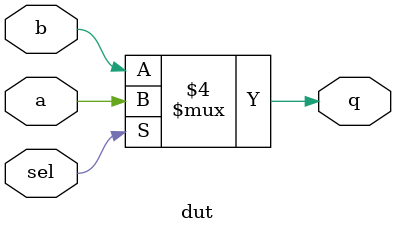
<source format=v>

module dut(
a,
b,
sel,
q
);

input a;
input b;
input sel;
output q;

wire   a;
wire   b;
wire   sel;
reg   q;



  always @(sel or a or b) begin
    if((sel == 1'b 1)) begin
      q <= a;
    end
    else begin
      q <= b;
    end
  end


endmodule

</source>
